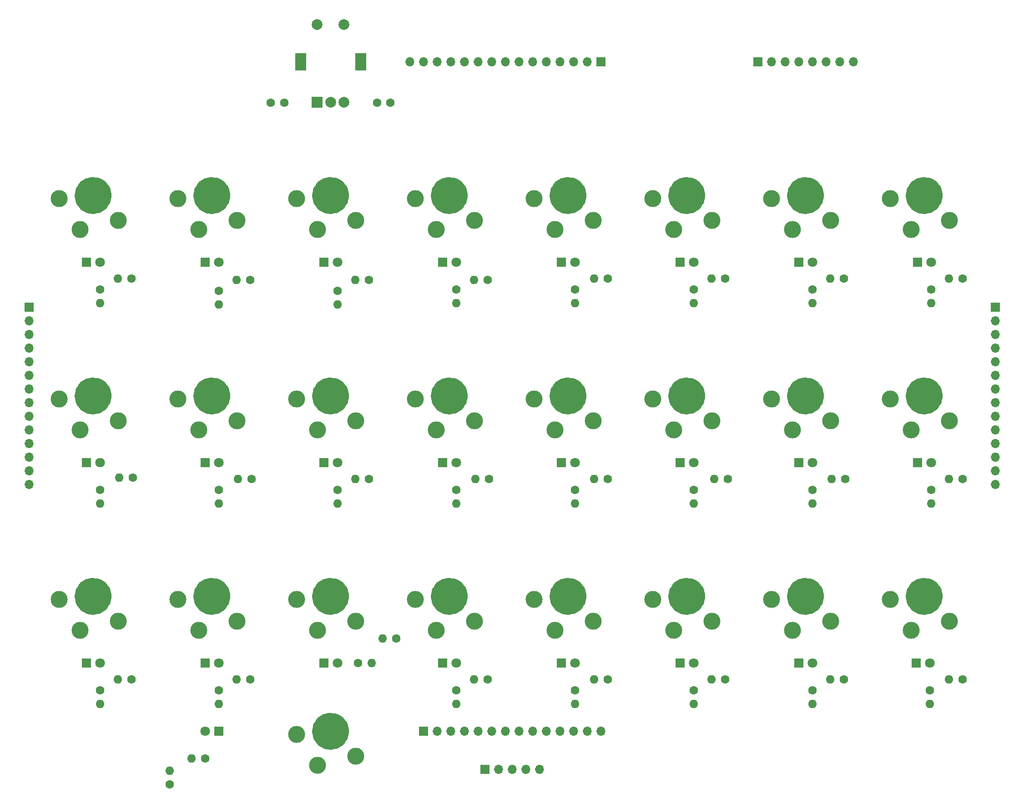
<source format=gbr>
%TF.GenerationSoftware,KiCad,Pcbnew,7.0.7*%
%TF.CreationDate,2024-07-17T16:02:38+10:00*%
%TF.ProjectId,MIDIAutomationSequencerIO,4d494449-4175-4746-9f6d-6174696f6e53,rev?*%
%TF.SameCoordinates,Original*%
%TF.FileFunction,Soldermask,Bot*%
%TF.FilePolarity,Negative*%
%FSLAX46Y46*%
G04 Gerber Fmt 4.6, Leading zero omitted, Abs format (unit mm)*
G04 Created by KiCad (PCBNEW 7.0.7) date 2024-07-17 16:02:38*
%MOMM*%
%LPD*%
G01*
G04 APERTURE LIST*
%ADD10C,3.429000*%
%ADD11C,1.600000*%
%ADD12O,1.600000X1.600000*%
%ADD13C,6.350000*%
%ADD14C,3.175000*%
%ADD15R,1.800000X1.800000*%
%ADD16C,1.800000*%
%ADD17R,1.700000X1.700000*%
%ADD18O,1.700000X1.700000*%
%ADD19R,2.000000X2.000000*%
%ADD20C,2.000000*%
%ADD21R,2.000000X3.200000*%
G04 APERTURE END LIST*
D10*
%TO.C,J13*%
X144208500Y-173736000D02*
G75*
G03*
X144208500Y-173736000I-1714500J0D01*
G01*
%TO.C,J6*%
X210502500Y-136398000D02*
G75*
G03*
X210502500Y-136398000I-1714500J0D01*
G01*
%TO.C,J17*%
X100012500Y-211074000D02*
G75*
G03*
X100012500Y-211074000I-1714500J0D01*
G01*
%TO.C,J27*%
X188404500Y-173736000D02*
G75*
G03*
X188404500Y-173736000I-1714500J0D01*
G01*
%TO.C,J19*%
X122110500Y-211074000D02*
G75*
G03*
X122110500Y-211074000I-1714500J0D01*
G01*
%TO.C,J20*%
X144208500Y-236220000D02*
G75*
G03*
X144208500Y-236220000I-1714500J0D01*
G01*
%TO.C,J14*%
X100012500Y-173736000D02*
G75*
G03*
X100012500Y-173736000I-1714500J0D01*
G01*
%TO.C,J15*%
X166306500Y-211074000D02*
G75*
G03*
X166306500Y-211074000I-1714500J0D01*
G01*
%TO.C,J9*%
X254698500Y-136398000D02*
G75*
G03*
X254698500Y-136398000I-1714500J0D01*
G01*
%TO.C,J24*%
X254698500Y-173736000D02*
G75*
G03*
X254698500Y-173736000I-1714500J0D01*
G01*
%TO.C,J2*%
X166306500Y-136398000D02*
G75*
G03*
X166306500Y-136398000I-1714500J0D01*
G01*
%TO.C,J30*%
X188404500Y-211074000D02*
G75*
G03*
X188404500Y-211074000I-1714500J0D01*
G01*
%TO.C,J16*%
X144208500Y-211074000D02*
G75*
G03*
X144208500Y-211074000I-1714500J0D01*
G01*
%TO.C,J26*%
X232600500Y-173736000D02*
G75*
G03*
X232600500Y-173736000I-1714500J0D01*
G01*
%TO.C,J25*%
X210502500Y-173736000D02*
G75*
G03*
X210502500Y-173736000I-1714500J0D01*
G01*
%TO.C,J11*%
X166306500Y-173736000D02*
G75*
G03*
X166306500Y-173736000I-1714500J0D01*
G01*
%TO.C,J31*%
X210502500Y-211074000D02*
G75*
G03*
X210502500Y-211074000I-1714500J0D01*
G01*
%TO.C,J28*%
X254698500Y-211074000D02*
G75*
G03*
X254698500Y-211074000I-1714500J0D01*
G01*
%TO.C,J12*%
X122110500Y-173736000D02*
G75*
G03*
X122110500Y-173736000I-1714500J0D01*
G01*
%TO.C,J3*%
X144208500Y-136398000D02*
G75*
G03*
X144208500Y-136398000I-1714500J0D01*
G01*
%TO.C,J29*%
X232600500Y-211074000D02*
G75*
G03*
X232600500Y-211074000I-1714500J0D01*
G01*
%TO.C,J7*%
X232600500Y-136398000D02*
G75*
G03*
X232600500Y-136398000I-1714500J0D01*
G01*
%TO.C,J4*%
X122110500Y-136398000D02*
G75*
G03*
X122110500Y-136398000I-1714500J0D01*
G01*
%TO.C,J8*%
X188404500Y-136398000D02*
G75*
G03*
X188404500Y-136398000I-1714500J0D01*
G01*
%TO.C,J5*%
X100012500Y-136398000D02*
G75*
G03*
X100012500Y-136398000I-1714500J0D01*
G01*
%TD*%
D11*
%TO.C,R16*%
X187960000Y-153924000D03*
D12*
X187960000Y-156464000D03*
%TD*%
D11*
%TO.C,R29*%
X105439000Y-226568000D03*
D12*
X102899000Y-226568000D03*
%TD*%
D11*
%TO.C,R8*%
X99568000Y-153924000D03*
D12*
X99568000Y-156464000D03*
%TD*%
D11*
%TO.C,R33*%
X121666000Y-228600000D03*
D12*
X121666000Y-231140000D03*
%TD*%
D13*
%TO.C,J13*%
X142494000Y-173736000D03*
D14*
X147162520Y-178404520D03*
X136144000Y-174294800D03*
X140055600Y-180086000D03*
%TD*%
D15*
%TO.C,D3*%
X119126000Y-148844000D03*
D16*
X121666000Y-148844000D03*
%TD*%
D13*
%TO.C,J6*%
X208788000Y-136398000D03*
D14*
X213456520Y-141066520D03*
X202438000Y-136956800D03*
X206349600Y-142748000D03*
%TD*%
D15*
%TO.C,D7*%
X207518000Y-148844000D03*
D16*
X210058000Y-148844000D03*
%TD*%
D11*
%TO.C,R44*%
X260096000Y-189230000D03*
D12*
X257556000Y-189230000D03*
%TD*%
D11*
%TO.C,R2*%
X171704000Y-152146000D03*
D12*
X169164000Y-152146000D03*
%TD*%
D13*
%TO.C,J17*%
X98298000Y-211074000D03*
D14*
X102966520Y-215742520D03*
X91948000Y-211632800D03*
X95859600Y-217424000D03*
%TD*%
D13*
%TO.C,J27*%
X186690000Y-173736000D03*
D14*
X191358520Y-178404520D03*
X180340000Y-174294800D03*
X184251600Y-180086000D03*
%TD*%
D11*
%TO.C,R48*%
X254254000Y-191262000D03*
D12*
X254254000Y-193802000D03*
%TD*%
D13*
%TO.C,J19*%
X120396000Y-211074000D03*
D14*
X125064520Y-215742520D03*
X114046000Y-211632800D03*
X117957600Y-217424000D03*
%TD*%
D15*
%TO.C,D22*%
X229616000Y-186182000D03*
D16*
X232156000Y-186182000D03*
%TD*%
D13*
%TO.C,J20*%
X142494000Y-236220000D03*
D14*
X147162520Y-240888520D03*
X136144000Y-236778800D03*
X140055600Y-242570000D03*
%TD*%
D11*
%TO.C,R47*%
X232156000Y-191233000D03*
D12*
X232156000Y-193773000D03*
%TD*%
D11*
%TO.C,R49*%
X210058000Y-191262000D03*
D12*
X210058000Y-193802000D03*
%TD*%
D15*
%TO.C,D16*%
X119121000Y-223520000D03*
D16*
X121661000Y-223520000D03*
%TD*%
D11*
%TO.C,R40*%
X254000000Y-228600000D03*
D12*
X254000000Y-231140000D03*
%TD*%
D15*
%TO.C,D19*%
X251460000Y-223520000D03*
D16*
X254000000Y-223520000D03*
%TD*%
D11*
%TO.C,R36*%
X260096000Y-226568000D03*
D12*
X257556000Y-226568000D03*
%TD*%
D11*
%TO.C,R5*%
X143764000Y-154178000D03*
D12*
X143764000Y-156718000D03*
%TD*%
D11*
%TO.C,R4*%
X105410000Y-151892000D03*
D12*
X102870000Y-151892000D03*
%TD*%
D11*
%TO.C,R18*%
X171958000Y-189230000D03*
D12*
X169418000Y-189230000D03*
%TD*%
D13*
%TO.C,J14*%
X98298000Y-173736000D03*
D14*
X102966520Y-178404520D03*
X91948000Y-174294800D03*
X95859600Y-180086000D03*
%TD*%
D11*
%TO.C,R20*%
X105693000Y-188976000D03*
D12*
X103153000Y-188976000D03*
%TD*%
D17*
%TO.C,J23*%
X171196000Y-243332000D03*
D18*
X173736000Y-243332000D03*
X176276000Y-243332000D03*
X178816000Y-243332000D03*
X181356000Y-243332000D03*
%TD*%
D15*
%TO.C,D4*%
X97028000Y-148844000D03*
D16*
X99568000Y-148844000D03*
%TD*%
D19*
%TO.C,SW1*%
X139994000Y-119010000D03*
D20*
X144994000Y-119010000D03*
X142494000Y-119010000D03*
D21*
X136894000Y-111510000D03*
X148094000Y-111510000D03*
D20*
X144994000Y-104510000D03*
X139994000Y-104510000D03*
%TD*%
D13*
%TO.C,J15*%
X164592000Y-211074000D03*
D14*
X169260520Y-215742520D03*
X158242000Y-211632800D03*
X162153600Y-217424000D03*
%TD*%
D13*
%TO.C,J9*%
X252984000Y-136398000D03*
D14*
X257652520Y-141066520D03*
X246634000Y-136956800D03*
X250545600Y-142748000D03*
%TD*%
D11*
%TO.C,C1*%
X133858000Y-119126000D03*
X131358000Y-119126000D03*
%TD*%
%TO.C,R26*%
X154715000Y-218948000D03*
D12*
X152175000Y-218948000D03*
%TD*%
D11*
%TO.C,R14*%
X254254000Y-153924000D03*
D12*
X254254000Y-156464000D03*
%TD*%
D11*
%TO.C,R28*%
X127508000Y-226568000D03*
D12*
X124968000Y-226568000D03*
%TD*%
D11*
%TO.C,R30*%
X119126000Y-241300000D03*
D12*
X116586000Y-241300000D03*
%TD*%
D11*
%TO.C,R25*%
X112522000Y-246126000D03*
D12*
X112522000Y-243586000D03*
%TD*%
D15*
%TO.C,D13*%
X121666000Y-236220000D03*
D16*
X119126000Y-236220000D03*
%TD*%
D13*
%TO.C,J24*%
X252984000Y-173736000D03*
D14*
X257652520Y-178404520D03*
X246634000Y-174294800D03*
X250545600Y-180086000D03*
%TD*%
D11*
%TO.C,R41*%
X210058000Y-228600000D03*
D12*
X210058000Y-231140000D03*
%TD*%
D15*
%TO.C,D8*%
X185420000Y-148844000D03*
D16*
X187960000Y-148844000D03*
%TD*%
D11*
%TO.C,R24*%
X99568000Y-191262000D03*
D12*
X99568000Y-193802000D03*
%TD*%
D13*
%TO.C,J2*%
X164592000Y-136398000D03*
D14*
X169260520Y-141066520D03*
X158242000Y-136956800D03*
X162153600Y-142748000D03*
%TD*%
D15*
%TO.C,D1*%
X141219000Y-148844000D03*
D16*
X143759000Y-148844000D03*
%TD*%
D15*
%TO.C,D15*%
X163317000Y-223520000D03*
D16*
X165857000Y-223520000D03*
%TD*%
D15*
%TO.C,D24*%
X207518000Y-186182000D03*
D16*
X210058000Y-186182000D03*
%TD*%
D15*
%TO.C,D5*%
X229616000Y-148844000D03*
D16*
X232156000Y-148844000D03*
%TD*%
D15*
%TO.C,D21*%
X185420000Y-223520000D03*
D16*
X187960000Y-223520000D03*
%TD*%
D11*
%TO.C,R17*%
X149635000Y-189230000D03*
D12*
X147095000Y-189230000D03*
%TD*%
D11*
%TO.C,R10*%
X260096000Y-151892000D03*
D12*
X257556000Y-151892000D03*
%TD*%
D15*
%TO.C,D12*%
X97023000Y-186182000D03*
D16*
X99563000Y-186182000D03*
%TD*%
D13*
%TO.C,J30*%
X186690000Y-211074000D03*
D14*
X191358520Y-215742520D03*
X180340000Y-211632800D03*
X184251600Y-217424000D03*
%TD*%
D11*
%TO.C,C2*%
X151130000Y-119126000D03*
X153630000Y-119126000D03*
%TD*%
%TO.C,R15*%
X210058000Y-153895000D03*
D12*
X210058000Y-156435000D03*
%TD*%
D13*
%TO.C,J16*%
X142494000Y-211074000D03*
D14*
X147162520Y-215742520D03*
X136144000Y-211632800D03*
X140055600Y-217424000D03*
%TD*%
D15*
%TO.C,D2*%
X163322000Y-148844000D03*
D16*
X165862000Y-148844000D03*
%TD*%
D11*
%TO.C,R19*%
X127762000Y-189230000D03*
D12*
X125222000Y-189230000D03*
%TD*%
D11*
%TO.C,R35*%
X237998000Y-226568000D03*
D12*
X235458000Y-226568000D03*
%TD*%
D11*
%TO.C,R12*%
X194056000Y-151892000D03*
D12*
X191516000Y-151892000D03*
%TD*%
D13*
%TO.C,J26*%
X230886000Y-173736000D03*
D14*
X235554520Y-178404520D03*
X224536000Y-174294800D03*
X228447600Y-180086000D03*
%TD*%
D11*
%TO.C,R46*%
X194056000Y-189230000D03*
D12*
X191516000Y-189230000D03*
%TD*%
D11*
%TO.C,R7*%
X121666000Y-154178000D03*
D12*
X121666000Y-156718000D03*
%TD*%
D11*
%TO.C,R1*%
X149635000Y-152146000D03*
D12*
X147095000Y-152146000D03*
%TD*%
D11*
%TO.C,R42*%
X187960000Y-228600000D03*
D12*
X187960000Y-231140000D03*
%TD*%
D11*
%TO.C,R11*%
X215900000Y-151892000D03*
D12*
X213360000Y-151892000D03*
%TD*%
D13*
%TO.C,J25*%
X208788000Y-173736000D03*
D14*
X213456520Y-178404520D03*
X202438000Y-174294800D03*
X206349600Y-180086000D03*
%TD*%
D11*
%TO.C,R6*%
X165862000Y-153924000D03*
D12*
X165862000Y-156464000D03*
%TD*%
D13*
%TO.C,J11*%
X164592000Y-173736000D03*
D14*
X169260520Y-178404520D03*
X158242000Y-174294800D03*
X162153600Y-180086000D03*
%TD*%
D11*
%TO.C,R23*%
X121666000Y-191233000D03*
D12*
X121666000Y-193773000D03*
%TD*%
D13*
%TO.C,J31*%
X208788000Y-211074000D03*
D14*
X213456520Y-215742520D03*
X202438000Y-211632800D03*
X206349600Y-217424000D03*
%TD*%
D13*
%TO.C,J28*%
X252984000Y-211074000D03*
D14*
X257652520Y-215742520D03*
X246634000Y-211632800D03*
X250545600Y-217424000D03*
%TD*%
D13*
%TO.C,J12*%
X120396000Y-173736000D03*
D14*
X125064520Y-178404520D03*
X114046000Y-174294800D03*
X117957600Y-180086000D03*
%TD*%
D15*
%TO.C,D17*%
X97023000Y-223520000D03*
D16*
X99563000Y-223520000D03*
%TD*%
D15*
%TO.C,D25*%
X185415000Y-186182000D03*
D16*
X187955000Y-186182000D03*
%TD*%
D13*
%TO.C,J3*%
X142494000Y-136398000D03*
D14*
X147162520Y-141066520D03*
X136144000Y-136956800D03*
X140055600Y-142748000D03*
%TD*%
D15*
%TO.C,D6*%
X251714000Y-148844000D03*
D16*
X254254000Y-148844000D03*
%TD*%
D15*
%TO.C,D18*%
X229616000Y-223520000D03*
D16*
X232156000Y-223520000D03*
%TD*%
D11*
%TO.C,R31*%
X147574000Y-223520000D03*
D12*
X150114000Y-223520000D03*
%TD*%
D15*
%TO.C,D14*%
X141219000Y-223520000D03*
D16*
X143759000Y-223520000D03*
%TD*%
D13*
%TO.C,J29*%
X230886000Y-211074000D03*
D14*
X235554520Y-215742520D03*
X224536000Y-211632800D03*
X228447600Y-217424000D03*
%TD*%
D11*
%TO.C,R38*%
X194056000Y-226568000D03*
D12*
X191516000Y-226568000D03*
%TD*%
D13*
%TO.C,J7*%
X230886000Y-136398000D03*
D14*
X235554520Y-141066520D03*
X224536000Y-136956800D03*
X228447600Y-142748000D03*
%TD*%
D13*
%TO.C,J4*%
X120396000Y-136398000D03*
D14*
X125064520Y-141066520D03*
X114046000Y-136956800D03*
X117957600Y-142748000D03*
%TD*%
D11*
%TO.C,R3*%
X127508000Y-152146000D03*
D12*
X124968000Y-152146000D03*
%TD*%
D15*
%TO.C,D10*%
X163322000Y-186182000D03*
D16*
X165862000Y-186182000D03*
%TD*%
D13*
%TO.C,J8*%
X186690000Y-136398000D03*
D14*
X191358520Y-141066520D03*
X180340000Y-136956800D03*
X184251600Y-142748000D03*
%TD*%
D15*
%TO.C,D20*%
X207518000Y-223520000D03*
D16*
X210058000Y-223520000D03*
%TD*%
D11*
%TO.C,R45*%
X216437000Y-189230000D03*
D12*
X213897000Y-189230000D03*
%TD*%
D11*
%TO.C,R9*%
X237998000Y-151892000D03*
D12*
X235458000Y-151892000D03*
%TD*%
D11*
%TO.C,R27*%
X171704000Y-226568000D03*
D12*
X169164000Y-226568000D03*
%TD*%
D11*
%TO.C,R32*%
X165862000Y-228600000D03*
D12*
X165862000Y-231140000D03*
%TD*%
D11*
%TO.C,R13*%
X232156000Y-153895000D03*
D12*
X232156000Y-156435000D03*
%TD*%
D11*
%TO.C,R50*%
X187960000Y-191262000D03*
D12*
X187960000Y-193802000D03*
%TD*%
D11*
%TO.C,R34*%
X99568000Y-228600000D03*
D12*
X99568000Y-231140000D03*
%TD*%
D11*
%TO.C,R37*%
X215900000Y-226568000D03*
D12*
X213360000Y-226568000D03*
%TD*%
D13*
%TO.C,J5*%
X98298000Y-136398000D03*
D14*
X102966520Y-141066520D03*
X91948000Y-136956800D03*
X95859600Y-142748000D03*
%TD*%
D11*
%TO.C,R43*%
X238252000Y-189230000D03*
D12*
X235712000Y-189230000D03*
%TD*%
D11*
%TO.C,R22*%
X165862000Y-191262000D03*
D12*
X165862000Y-193802000D03*
%TD*%
D15*
%TO.C,D11*%
X119126000Y-186182000D03*
D16*
X121666000Y-186182000D03*
%TD*%
D15*
%TO.C,D9*%
X141224000Y-186182000D03*
D16*
X143764000Y-186182000D03*
%TD*%
D11*
%TO.C,R39*%
X232156000Y-228600000D03*
D12*
X232156000Y-231140000D03*
%TD*%
D11*
%TO.C,R21*%
X143764000Y-191233000D03*
D12*
X143764000Y-193773000D03*
%TD*%
D15*
%TO.C,D23*%
X251714000Y-186182000D03*
D16*
X254254000Y-186182000D03*
%TD*%
D17*
%TO.C,J18*%
X86360000Y-157226000D03*
D18*
X86360000Y-159766000D03*
X86360000Y-162306000D03*
X86360000Y-164846000D03*
X86360000Y-167386000D03*
X86360000Y-169926000D03*
X86360000Y-172466000D03*
X86360000Y-175006000D03*
X86360000Y-177546000D03*
X86360000Y-180086000D03*
X86360000Y-182626000D03*
X86360000Y-185166000D03*
X86360000Y-187706000D03*
X86360000Y-190246000D03*
%TD*%
D17*
%TO.C,J21*%
X266192000Y-157226000D03*
D18*
X266192000Y-159766000D03*
X266192000Y-162306000D03*
X266192000Y-164846000D03*
X266192000Y-167386000D03*
X266192000Y-169926000D03*
X266192000Y-172466000D03*
X266192000Y-175006000D03*
X266192000Y-177546000D03*
X266192000Y-180086000D03*
X266192000Y-182626000D03*
X266192000Y-185166000D03*
X266192000Y-187706000D03*
X266192000Y-190246000D03*
%TD*%
D17*
%TO.C,J10*%
X192786000Y-111506000D03*
D18*
X190246000Y-111506000D03*
X187706000Y-111506000D03*
X185166000Y-111506000D03*
X182626000Y-111506000D03*
X180086000Y-111506000D03*
X177546000Y-111506000D03*
X175006000Y-111506000D03*
X172466000Y-111506000D03*
X169926000Y-111506000D03*
X167386000Y-111506000D03*
X164846000Y-111506000D03*
X162306000Y-111506000D03*
X159766000Y-111506000D03*
X157226000Y-111506000D03*
%TD*%
D17*
%TO.C,J32*%
X159766000Y-236220000D03*
D18*
X162306000Y-236220000D03*
X164846000Y-236220000D03*
X167386000Y-236220000D03*
X169926000Y-236220000D03*
X172466000Y-236220000D03*
X175006000Y-236220000D03*
X177546000Y-236220000D03*
X180086000Y-236220000D03*
X182626000Y-236220000D03*
X185166000Y-236220000D03*
X187706000Y-236220000D03*
X190246000Y-236220000D03*
X192786000Y-236220000D03*
%TD*%
D17*
%TO.C,J22*%
X221996000Y-111506000D03*
D18*
X224536000Y-111506000D03*
X227076000Y-111506000D03*
X229616000Y-111506000D03*
X232156000Y-111506000D03*
X234696000Y-111506000D03*
X237236000Y-111506000D03*
X239776000Y-111506000D03*
%TD*%
M02*

</source>
